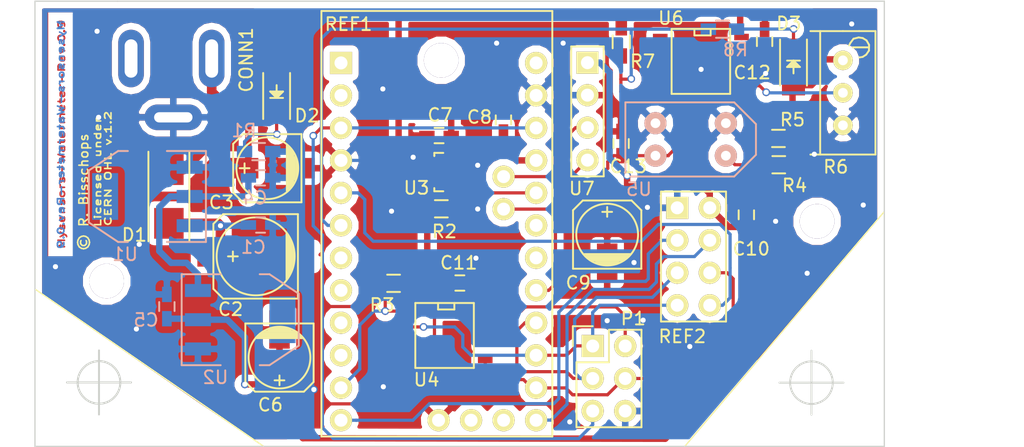
<source format=kicad_pcb>
(kicad_pcb (version 4) (host pcbnew 4.0.0-rc1-stable)
  (title_block (title "Water meter") (date 2016-02-27) (rev 0.9) (company "MySensors Boards") (comment 1 "R. Bisschops"))
  (layers (0 F.Cu signal) (31 B.Cu signal) (34 B.Paste user) (35 F.Paste user) (36 B.SilkS user) (37 F.SilkS user) (38 B.Mask user) (39 F.Mask user) (44 Edge.Cuts user))
  (net 0 "")
  (net 1 GND)
  (net 2 "Net-(CONN1-Pad2)")
  (net 3 RESET)
  (net 4 MISO)
  (net 5 SCK)
  (net 6 MOSI)
  (net 7 SEC-SDA)
  (net 8 D3)
  (net 9 FLASH-CSN)
  (net 10 RAD_CSN)
  (net 11 RAD_IRQ)
  (net 12 RAD_CE)
  (net 13 "Net-(C1-Pad1)")
  (net 14 A0)
  (net 15 "Net-(D2-Pad1)")
  (net 16 "Net-(D3-Pad1)")
  (net 17 "Net-(R4-Pad2)")
  (net 18 "Net-(R6-Pad2)")
  (net 19 +3.3V)
  (net 20 VCC)
  (net 21 TMP_SCL)
  (net 22 TMP_SDA)
  (module Capacitors_SMD:C_0603_HandSoldering (layer B.Cu) (at 41.07436 58.39216)
    (fp_text reference C1 (at -0.56 1.73) (layer B.SilkS) (effects (justify mirror)))
    (fp_text value 100nF)
    (pad 1 smd rect (at -0.95 0) (size 1.2 0.75) (layers B.Cu B.Paste B.Mask) (net 13 "Net-(C1-Pad1)"))
    (pad 2 smd rect (at 0.95 0) (size 1.2 0.75) (layers B.Cu B.Paste B.Mask) (net 1 GND))
  )
  (module Capacitors_SMD:C_0603_HandSoldering (layer B.Cu) (at 41.07436 54.70216)
    (fp_text reference C4 (at -0.45 1.57) (layer B.SilkS) (effects (justify mirror)))
    (fp_text value 100nF)
    (pad 1 smd rect (at -0.95 0) (size 1.2 0.75) (layers B.Cu B.Paste B.Mask) (net 20 VCC))
    (pad 2 smd rect (at 0.95 0) (size 1.2 0.75) (layers B.Cu B.Paste B.Mask) (net 1 GND))
  )
  (module Capacitors_SMD:C_0603_HandSoldering (layer B.Cu) (at 33.7566 64.77 90)
    (fp_text reference C5 (at -1.05216 -1.62224 360) (layer B.SilkS) (effects (justify mirror)))
    (fp_text value 100nF)
    (pad 1 smd rect (at -0.95 0 90) (size 1.2 0.75) (layers B.Cu B.Paste B.Mask) (net 19 +3.3V))
    (pad 2 smd rect (at 0.95 0 90) (size 1.2 0.75) (layers B.Cu B.Paste B.Mask) (net 1 GND))
  )
  (module Capacitors_SMD:C_0603_HandSoldering (layer F.Cu) (at 55.0164 51.3969 180)
    (fp_text reference C7 (at -0.07796 1.60474 180) (layer F.SilkS))
    (fp_text value 100nF)
    (pad 1 smd rect (at -0.95 0 180) (size 1.2 0.75) (layers F.Cu F.Paste F.Mask) (net 20 VCC))
    (pad 2 smd rect (at 0.95 0 180) (size 1.2 0.75) (layers F.Cu F.Paste F.Mask) (net 1 GND))
  )
  (module Capacitors_SMD:C_0603_HandSoldering (layer F.Cu) (at 60.0456 50.17008 90)
    (fp_text reference C8 (at 0.21792 -1.87124 180) (layer F.SilkS))
    (fp_text value 100nF)
    (pad 1 smd rect (at -0.95 0 90) (size 1.2 0.75) (layers F.Cu F.Paste F.Mask) (net 20 VCC))
    (pad 2 smd rect (at 0.95 0 90) (size 1.2 0.75) (layers F.Cu F.Paste F.Mask) (net 1 GND))
  )
  (module Capacitors_SMD:C_0603_HandSoldering (layer F.Cu) (at 79.0194 57.5945 90)
    (fp_text reference C10 (at -2.667 0.381 180) (layer F.SilkS))
    (fp_text value 100nF)
    (pad 1 smd rect (at -0.95 0 90) (size 1.2 0.75) (layers F.Cu F.Paste F.Mask) (net 19 +3.3V))
    (pad 2 smd rect (at 0.95 0 90) (size 1.2 0.75) (layers F.Cu F.Paste F.Mask) (net 1 GND))
  )
  (module Capacitors_SMD:C_0603_HandSoldering (layer F.Cu) (at 56.642 62.9285 180)
    (fp_text reference C11 (at 0.08764 1.57634 360) (layer F.SilkS))
    (fp_text value 100nF)
    (pad 1 smd rect (at -0.95 0 180) (size 1.2 0.75) (layers F.Cu F.Paste F.Mask) (net 20 VCC))
    (pad 2 smd rect (at 0.95 0 180) (size 1.2 0.75) (layers F.Cu F.Paste F.Mask) (net 1 GND))
  )
  (module Capacitors_SMD:C_0603_HandSoldering (layer F.Cu) (at 80.44436 44.05216 270)
    (fp_text reference C12 (at 2.42316 0.97536 360) (layer F.SilkS))
    (fp_text value 100nF)
    (pad 1 smd rect (at -0.95 0 270) (size 1.2 0.75) (layers F.Cu F.Paste F.Mask) (net 20 VCC))
    (pad 2 smd rect (at 0.95 0 270) (size 1.2 0.75) (layers F.Cu F.Paste F.Mask) (net 1 GND))
  )
  (module Capacitors_SMD:C_0603_HandSoldering (layer F.Cu) (at 69.23436 52.02216 90)
    (fp_text reference C13 (at -1.79 0.56 180) (layer F.SilkS))
    (fp_text value 100nF)
    (pad 1 smd rect (at -0.95 0 90) (size 1.2 0.75) (layers F.Cu F.Paste F.Mask) (net 14 A0))
    (pad 2 smd rect (at 0.95 0 90) (size 1.2 0.75) (layers F.Cu F.Paste F.Mask) (net 1 GND))
  )
  (module Pin_Headers:Pin_Header_Straight_2x03 (layer F.Cu) (at 67.0179 67.8561)
    (fp_text reference P1 (at 3.16646 -2.14394) (layer F.SilkS))
    (fp_text value CONN_02X03)
    (pad 1 thru_hole rect (at 0 0) (size 1.7272 1.7272) (drill 1.016) (layers *.Cu *.Mask F.SilkS) (net 4 MISO))
    (pad 2 thru_hole oval (at 2.54 0) (size 1.7272 1.7272) (drill 1.016) (layers *.Cu *.Mask F.SilkS) (net 20 VCC))
    (pad 3 thru_hole oval (at 0 2.54) (size 1.7272 1.7272) (drill 1.016) (layers *.Cu *.Mask F.SilkS) (net 5 SCK))
    (pad 4 thru_hole oval (at 2.54 2.54) (size 1.7272 1.7272) (drill 1.016) (layers *.Cu *.Mask F.SilkS) (net 6 MOSI))
    (pad 5 thru_hole oval (at 0 5.08) (size 1.7272 1.7272) (drill 1.016) (layers *.Cu *.Mask F.SilkS) (net 3 RESET))
    (pad 6 thru_hole oval (at 2.54 5.08) (size 1.7272 1.7272) (drill 1.016) (layers *.Cu *.Mask F.SilkS) (net 1 GND))
  )
  (module Resistors_SMD:R_0603_HandSoldering (layer B.Cu) (at 40.92436 52.65216)
    (fp_text reference R1 (at -1.143 -1.6383) (layer B.SilkS) (effects (justify mirror)))
    (fp_text value 470)
    (pad 1 smd rect (at -1.1 0) (size 1.2 0.9) (layers B.Cu B.Paste B.Mask) (net 15 "Net-(D2-Pad1)"))
    (pad 2 smd rect (at 1.1 0) (size 1.2 0.9) (layers B.Cu B.Paste B.Mask) (net 1 GND))
  )
  (module Resistors_SMD:R_0603_HandSoldering (layer F.Cu) (at 55.1942 57.1246)
    (fp_text reference R2 (at 0.24016 1.77756) (layer F.SilkS))
    (fp_text value 56K)
    (pad 1 smd rect (at -1.1 0) (size 1.2 0.9) (layers F.Cu F.Paste F.Mask) (net 20 VCC))
    (pad 2 smd rect (at 1.1 0) (size 1.2 0.9) (layers F.Cu F.Paste F.Mask) (net 7 SEC-SDA))
  )
  (module Resistors_SMD:R_0603_HandSoldering (layer F.Cu) (at 51.46436 62.95216 180)
    (fp_text reference R3 (at 0.89 -1.7 360) (layer F.SilkS))
    (fp_text value 56K)
    (pad 1 smd rect (at -1.1 0 180) (size 1.2 0.9) (layers F.Cu F.Paste F.Mask) (net 20 VCC))
    (pad 2 smd rect (at 1.1 0 180) (size 1.2 0.9) (layers F.Cu F.Paste F.Mask) (net 9 FLASH-CSN))
  )
  (module Resistors_SMD:R_0603_HandSoldering (layer F.Cu) (at 81.552 53.6802 180)
    (fp_text reference R4 (at -1.2319 -1.6256 360) (layer F.SilkS))
    (fp_text value 1K)
    (pad 1 smd rect (at -1.1 0 180) (size 1.2 0.9) (layers F.Cu F.Paste F.Mask) (net 20 VCC))
    (pad 2 smd rect (at 1.1 0 180) (size 1.2 0.9) (layers F.Cu F.Paste F.Mask) (net 17 "Net-(R4-Pad2)"))
  )
  (module Resistors_SMD:R_0603_HandSoldering (layer F.Cu) (at 81.5266 51.6228 180)
    (fp_text reference R5 (at -1.0922 1.4605 360) (layer F.SilkS))
    (fp_text value 10K)
    (pad 1 smd rect (at -1.1 0 180) (size 1.2 0.9) (layers F.Cu F.Paste F.Mask) (net 20 VCC))
    (pad 2 smd rect (at 1.1 0 180) (size 1.2 0.9) (layers F.Cu F.Paste F.Mask) (net 14 A0))
  )
  (module Resistors_SMD:R_0603_HandSoldering (layer F.Cu) (at 69.25056 44.07408 270)
    (fp_text reference R7 (at 1.524 -1.66116 540) (layer F.SilkS))
    (fp_text value 10K)
    (pad 1 smd rect (at -1.1 0 270) (size 1.2 0.9) (layers F.Cu F.Paste F.Mask) (net 20 VCC))
    (pad 2 smd rect (at 1.1 0 270) (size 1.2 0.9) (layers F.Cu F.Paste F.Mask) (net 8 D3))
  )
  (module Resistors_SMD:R_0603_HandSoldering (layer B.Cu) (at 77.1525 43.0784 180)
    (fp_text reference R8 (at -1.01854 -1.60528 180) (layer B.SilkS) (effects (justify mirror)))
    (fp_text value 1K)
    (pad 1 smd rect (at -1.1 0 180) (size 1.2 0.9) (layers B.Cu B.Paste B.Mask) (net 16 "Net-(D3-Pad1)"))
    (pad 2 smd rect (at 1.1 0 180) (size 1.2 0.9) (layers B.Cu B.Paste B.Mask) (net 8 D3))
  )
  (module MySensors:NRF24L01_STD (layer F.Cu) (at 76.1619 57.0484 270)
    (fp_text reference REF2 (at 10.0584 2.1463 360) (layer F.SilkS))
    (fp_text value NRF24L01)
    (pad 2 thru_hole circle (at 0 0 270) (size 1.7272 1.7272) (drill 1.016) (layers *.Cu *.Mask F.SilkS) (net 19 +3.3V))
    (pad 1 thru_hole rect (at 0 2.54 270) (size 1.7272 1.7272) (drill 1.016) (layers *.Cu *.Mask F.SilkS) (net 1 GND))
    (pad 4 thru_hole oval (at 2.54 0 270) (size 1.7272 1.7272) (drill 1.016) (layers *.Cu *.Mask F.SilkS) (net 10 RAD_CSN))
    (pad 3 thru_hole oval (at 2.54 2.54 270) (size 1.7272 1.7272) (drill 1.016) (layers *.Cu *.Mask F.SilkS) (net 12 RAD_CE))
    (pad 6 thru_hole oval (at 5.08 0 270) (size 1.7272 1.7272) (drill 1.016) (layers *.Cu *.Mask F.SilkS) (net 6 MOSI))
    (pad 5 thru_hole oval (at 5.08 2.54 270) (size 1.7272 1.7272) (drill 1.016) (layers *.Cu *.Mask F.SilkS) (net 5 SCK))
    (pad 8 thru_hole oval (at 7.62 0 270) (size 1.7272 1.7272) (drill 1.016) (layers *.Cu *.Mask F.SilkS) (net 11 RAD_IRQ))
    (pad 7 thru_hole oval (at 7.62 2.54 270) (size 1.7272 1.7272) (drill 1.016) (layers *.Cu *.Mask F.SilkS) (net 4 MISO))
  )
  (module TO_SOT_Packages_SMD:SOT-223 (layer B.Cu) (at 32.23436 56.16216 270)
    (fp_text reference U1 (at 4.5212 1.7399 540) (layer B.SilkS) (effects (justify mirror)))
    (fp_text value AP1117D50)
    (pad 4 smd rect (at 0 3.302 270) (size 3.6576 2.032) (layers B.Cu B.Paste B.Mask))
    (pad 2 smd rect (at 0 -3.302 270) (size 1.016 2.032) (layers B.Cu B.Paste B.Mask) (net 20 VCC))
    (pad 3 smd rect (at 2.286 -3.302 270) (size 1.016 2.032) (layers B.Cu B.Paste B.Mask) (net 13 "Net-(C1-Pad1)"))
    (pad 1 smd rect (at -2.286 -3.302 270) (size 1.016 2.032) (layers B.Cu B.Paste B.Mask) (net 1 GND))
  )
  (module TO_SOT_Packages_SMD:SOT-223 (layer B.Cu) (at 39.4843 65.7987 90)
    (fp_text reference U2 (at -4.5085 -1.9304 180) (layer B.SilkS) (effects (justify mirror)))
    (fp_text value AP1117D33)
    (pad 4 smd rect (at 0 3.302 90) (size 3.6576 2.032) (layers B.Cu B.Paste B.Mask))
    (pad 2 smd rect (at 0 -3.302 90) (size 1.016 2.032) (layers B.Cu B.Paste B.Mask) (net 19 +3.3V))
    (pad 3 smd rect (at 2.286 -3.302 90) (size 1.016 2.032) (layers B.Cu B.Paste B.Mask) (net 20 VCC))
    (pad 1 smd rect (at -2.286 -3.302 90) (size 1.016 2.032) (layers B.Cu B.Paste B.Mask) (net 1 GND))
  )
  (module TO_SOT_Packages_SMD:SOT-23 (layer F.Cu) (at 55.2958 54.2544 90)
    (fp_text reference U3 (at -1.23776 -2.04144 180) (layer F.SilkS))
    (fp_text value ATSHA240A)
    (pad 1 smd rect (at -0.95 1.00076 90) (size 0.8001 0.8001) (layers F.Cu F.Paste F.Mask) (net 7 SEC-SDA))
    (pad 2 smd rect (at 0.95 1.00076 90) (size 0.8001 0.8001) (layers F.Cu F.Paste F.Mask) (net 20 VCC))
    (pad 3 smd rect (at 0 -0.99822 90) (size 0.8001 0.8001) (layers F.Cu F.Paste F.Mask) (net 1 GND))
  )
  (module SMD_Packages:SOIC-8-N (layer F.Cu) (at 55.4482 67.0306 270)
    (fp_text reference U4 (at 3.4671 1.4097 360) (layer F.SilkS))
    (fp_text value AT25DF512C)
    (pad 8 smd rect (at -1.905 -3.175 270) (size 0.508 1.143) (layers F.Cu F.Paste F.Mask) (net 20 VCC))
    (pad 7 smd rect (at -0.635 -3.175 270) (size 0.508 1.143) (layers F.Cu F.Paste F.Mask) (net 20 VCC))
    (pad 6 smd rect (at 0.635 -3.175 270) (size 0.508 1.143) (layers F.Cu F.Paste F.Mask) (net 5 SCK))
    (pad 5 smd rect (at 1.905 -3.175 270) (size 0.508 1.143) (layers F.Cu F.Paste F.Mask) (net 6 MOSI))
    (pad 4 smd rect (at 1.905 3.175 270) (size 0.508 1.143) (layers F.Cu F.Paste F.Mask) (net 1 GND))
    (pad 3 smd rect (at 0.635 3.175 270) (size 0.508 1.143) (layers F.Cu F.Paste F.Mask) (net 20 VCC))
    (pad 2 smd rect (at -0.635 3.175 270) (size 0.508 1.143) (layers F.Cu F.Paste F.Mask) (net 4 MISO))
    (pad 1 smd rect (at -1.905 3.175 270) (size 0.508 1.143) (layers F.Cu F.Paste F.Mask) (net 9 FLASH-CSN))
  )
  (module SMD_Packages:SOIC-8-N (layer F.Cu) (at 75.46848 45.59808 270)
    (fp_text reference U6 (at -3.3782 2.3368 360) (layer F.SilkS))
    (fp_text value LM393)
    (pad 8 smd rect (at -1.905 -3.175 270) (size 0.508 1.143) (layers F.Cu F.Paste F.Mask) (net 20 VCC))
    (pad 7 smd rect (at -0.635 -3.175 270) (size 0.508 1.143) (layers F.Cu F.Paste F.Mask) (net 8 D3))
    (pad 6 smd rect (at 0.635 -3.175 270) (size 0.508 1.143) (layers F.Cu F.Paste F.Mask) (net 14 A0))
    (pad 5 smd rect (at 1.905 -3.175 270) (size 0.508 1.143) (layers F.Cu F.Paste F.Mask) (net 18 "Net-(R6-Pad2)"))
    (pad 4 smd rect (at 1.905 3.175 270) (size 0.508 1.143) (layers F.Cu F.Paste F.Mask) (net 1 GND))
    (pad 3 smd rect (at 0.635 3.175 270) (size 0.508 1.143) (layers F.Cu F.Paste F.Mask) (net 1 GND))
    (pad 2 smd rect (at -0.635 3.175 270) (size 0.508 1.143) (layers F.Cu F.Paste F.Mask) (net 1 GND))
    (pad 1 smd rect (at -1.905 3.175 270) (size 0.508 1.143) (layers F.Cu F.Paste F.Mask))
  )
  (module Capacitors_SMD:c_elec_5x5.3 (layer F.Cu) (at 42.55262 68.76034 270)
    (fp_text reference C6 (at 3.6957 0.7112 360) (layer F.SilkS))
    (fp_text value 10uF)
    (pad 1 smd rect (at 2.19964 0 270) (size 2.99974 1.6002) (layers F.Cu F.Paste F.Mask) (net 19 +3.3V))
    (pad 2 smd rect (at -2.19964 0 270) (size 2.99974 1.6002) (layers F.Cu F.Paste F.Mask) (net 1 GND))
  )
  (module Capacitors_SMD:c_elec_5x5.3 (layer F.Cu) (at 41.60266 53.95214 180)
    (fp_text reference C3 (at 3.5883 -2.68002 180) (layer F.SilkS))
    (fp_text value 10uF)
    (pad 1 smd rect (at 2.19964 0 180) (size 2.99974 1.6002) (layers F.Cu F.Paste F.Mask) (net 20 VCC))
    (pad 2 smd rect (at -2.19964 0 180) (size 2.99974 1.6002) (layers F.Cu F.Paste F.Mask) (net 1 GND))
  )
  (module Capacitors_SMD:c_elec_5x5.3 (layer F.Cu) (at 68.1482 59.1439 90)
    (fp_text reference C9 (at -3.7719 -2.2606 180) (layer F.SilkS))
    (fp_text value 4u7)
    (pad 1 smd rect (at 2.19964 0 90) (size 2.99974 1.6002) (layers F.Cu F.Paste F.Mask) (net 19 +3.3V))
    (pad 2 smd rect (at -2.19964 0 90) (size 2.99974 1.6002) (layers F.Cu F.Paste F.Mask) (net 1 GND))
  )
  (module Capacitors_SMD:c_elec_6.3x5.3 (layer F.Cu) (at 40.6908 60.8457 180)
    (fp_text reference C2 (at 1.95644 -4.13646 180) (layer F.SilkS))
    (fp_text value 47uF)
    (pad 1 smd rect (at 2.75082 0 180) (size 3.59918 1.6002) (layers F.Cu F.Paste F.Mask) (net 13 "Net-(C1-Pad1)"))
    (pad 2 smd rect (at -2.75082 0 180) (size 3.59918 1.6002) (layers F.Cu F.Paste F.Mask) (net 1 GND))
  )
  (module LEDs:LED_1206 (layer F.Cu) (at 42.3291 47.9552 90)
    (fp_text reference D2 (at -1.8923 2.3749 180) (layer F.SilkS))
    (fp_text value PWR)
    (pad 2 smd rect (at 1.41986 0 270) (size 1.59766 1.80086) (layers F.Cu F.Paste F.Mask) (net 20 VCC))
    (pad 1 smd rect (at -1.41986 0 270) (size 1.59766 1.80086) (layers F.Cu F.Paste F.Mask) (net 15 "Net-(D2-Pad1)"))
  )
  (module LEDs:LED_1206 (layer F.Cu) (at 82.7024 46.0375 270)
    (fp_text reference D3 (at -3.4036 0.3683 360) (layer F.SilkS))
    (fp_text value PULSE)
    (pad 2 smd rect (at 1.41986 0 90) (size 1.59766 1.80086) (layers F.Cu F.Paste F.Mask) (net 20 VCC))
    (pad 1 smd rect (at -1.41986 0 90) (size 1.59766 1.80086) (layers F.Cu F.Paste F.Mask) (net 16 "Net-(D3-Pad1)"))
  )
  (module MySensors:Socket_Jack_5.5-2.1MM (layer F.Cu) (at 37.0586 49.8729 90)
    (fp_text reference CONN1 (at 4.39074 2.89576 90) (layer F.SilkS))
    (fp_text value CONN_01X02)
    (pad 2 thru_hole oval (at 4.5 0.2 90) (size 4.5 2) (drill oval 3 1) (layers *.Cu *.Mask) (net 2 "Net-(CONN1-Pad2)"))
    (pad 3 thru_hole oval (at 4.5 -6.1 90) (size 4.5 2) (drill oval 3 1) (layers *.Cu *.Mask))
    (pad 1 thru_hole oval (at -0.1 -2.8 90) (size 2 4.5) (drill oval 0.8 3) (layers *.Cu *.Mask) (net 1 GND))
  )
  (module MySensors:SI7021 (layer F.Cu) (at 66.60896 45.69968 270)
    (fp_text reference U7 (at 9.84248 0.4446 360) (layer F.SilkS))
    (fp_text value SI7021)
    (pad 1 thru_hole rect (at 0 0 270) (size 1.7272 1.7272) (drill 1.016) (layers *.Cu *.Mask F.SilkS) (net 19 +3.3V))
    (pad 2 thru_hole oval (at 2.54 0 270) (size 1.7272 1.7272) (drill 1.016) (layers *.Cu *.Mask F.SilkS) (net 1 GND))
    (pad 3 thru_hole oval (at 5.08 0 270) (size 1.7272 1.7272) (drill 1.016) (layers *.Cu *.Mask F.SilkS) (net 21 TMP_SCL))
    (pad 4 thru_hole oval (at 7.62 0 270) (size 1.7272 1.7272) (drill 1.016) (layers *.Cu *.Mask F.SilkS) (net 22 TMP_SDA))
  )
  (module MySensors:DO-214AC (layer F.Cu) (at 33.91436 56.16216 90)
    (fp_text reference D1 (at -3.01 -2.7 180) (layer F.SilkS))
    (fp_text value "1N4007 M7")
    (pad 2 smd rect (at 2.1 0 90) (size 2.4 2.3) (layers F.Cu F.Paste F.Mask) (net 2 "Net-(CONN1-Pad2)"))
    (pad 1 smd rect (at -2.1 0 90) (size 2.4 2.3) (layers F.Cu F.Paste F.Mask) (net 13 "Net-(C1-Pad1)"))
  )
  (module MySensors:Potentiometer_Custom_Inline_ScrewUp (layer F.Cu) (at 86.5632 45.5168 180)
    (fp_text reference R6 (at 0.5588 -8.3312 180) (layer F.SilkS))
    (fp_text value 10K)
    (pad 2 thru_hole circle (at 0 -2.54 180) (size 1.524 1.524) (drill 0.762) (layers *.Cu *.Mask F.SilkS) (net 18 "Net-(R6-Pad2)"))
    (pad 3 thru_hole circle (at 0 -5.08 180) (size 1.524 1.524) (drill 0.762) (layers *.Cu *.Mask F.SilkS) (net 1 GND))
    (pad 1 thru_hole circle (at 0 0 180) (size 1.524 1.524) (drill 0.762) (layers *.Cu *.Mask F.SilkS) (net 20 VCC))
  )
  (module MySensors:Arduino_Pro_Mini_non_FTDI (layer F.Cu) (at 47.3583 73.66)
    (fp_text reference REF1 (at 0.58606 -30.96784) (layer F.SilkS))
    (fp_text value "Arduino_Mini_Pro 5V")
    (pad 13 thru_hole circle (at 15.24 0) (size 1.7272 1.7272) (drill 1.016) (layers *.Cu *.Mask F.SilkS) (net 10 RAD_CSN))
    (pad 14 thru_hole circle (at 15.24 -2.54) (size 1.7272 1.7272) (drill 1.016) (layers *.Cu *.Mask F.SilkS) (net 6 MOSI))
    (pad 15 thru_hole circle (at 15.24 -5.08) (size 1.7272 1.7272) (drill 1.016) (layers *.Cu *.Mask F.SilkS) (net 4 MISO))
    (pad 16 thru_hole circle (at 15.24 -7.62) (size 1.7272 1.7272) (drill 1.016) (layers *.Cu *.Mask F.SilkS) (net 5 SCK))
    (pad 17 thru_hole circle (at 15.24 -10.16) (size 1.7272 1.7272) (drill 1.016) (layers *.Cu *.Mask F.SilkS) (net 14 A0))
    (pad 18 thru_hole circle (at 15.24 -12.7) (size 1.7272 1.7272) (drill 1.016) (layers *.Cu *.Mask F.SilkS))
    (pad 19 thru_hole circle (at 15.24 -15.24) (size 1.7272 1.7272) (drill 1.016) (layers *.Cu *.Mask F.SilkS))
    (pad 20 thru_hole circle (at 15.24 -17.78) (size 1.7272 1.7272) (drill 1.016) (layers *.Cu *.Mask F.SilkS) (net 7 SEC-SDA))
    (pad 21 thru_hole circle (at 15.24 -20.32) (size 1.7272 1.7272) (drill 1.016) (layers *.Cu *.Mask F.SilkS) (net 20 VCC))
    (pad 22 thru_hole circle (at 15.24 -22.86) (size 1.7272 1.7272) (drill 1.016) (layers *.Cu *.Mask F.SilkS) (net 3 RESET))
    (pad 23 thru_hole circle (at 15.24 -25.4) (size 1.7272 1.7272) (drill 1.016) (layers *.Cu *.Mask F.SilkS) (net 1 GND))
    (pad 24 thru_hole circle (at 15.24 -27.94) (size 1.7272 1.7272) (drill 1.016) (layers *.Cu *.Mask F.SilkS))
    (pad 34 thru_hole circle (at 12.7 0) (size 1.7272 1.7272) (drill 1.016) (layers *.Cu *.Mask F.SilkS))
    (pad 33 thru_hole circle (at 10.16 0) (size 1.7272 1.7272) (drill 1.016) (layers *.Cu *.Mask F.SilkS))
    (pad 35 thru_hole circle (at 7.62 0) (size 1.7272 1.7272) (drill 1.016) (layers *.Cu *.Mask F.SilkS) (net 1 GND))
    (pad 1 thru_hole rect (at 0 -27.94) (size 1.7272 1.7272) (drill 1.016) (layers *.Cu *.Mask F.SilkS))
    (pad 2 thru_hole circle (at 0 -25.4) (size 1.7272 1.7272) (drill 1.016) (layers *.Cu *.Mask F.SilkS))
    (pad 3 thru_hole circle (at 0 -22.86) (size 1.7272 1.7272) (drill 1.016) (layers *.Cu *.Mask F.SilkS) (net 3 RESET))
    (pad 4 thru_hole circle (at 0 -20.32) (size 1.7272 1.7272) (drill 1.016) (layers *.Cu *.Mask F.SilkS) (net 1 GND))
    (pad 5 thru_hole circle (at 0 -17.78) (size 1.7272 1.7272) (drill 1.016) (layers *.Cu *.Mask F.SilkS) (net 11 RAD_IRQ))
    (pad 6 thru_hole circle (at 0 -15.24) (size 1.7272 1.7272) (drill 1.016) (layers *.Cu *.Mask F.SilkS) (net 8 D3))
    (pad 7 thru_hole circle (at 0 -12.7) (size 1.7272 1.7272) (drill 1.016) (layers *.Cu *.Mask F.SilkS))
    (pad 8 thru_hole circle (at 0 -10.16) (size 1.7272 1.7272) (drill 1.016) (layers *.Cu *.Mask F.SilkS))
    (pad 9 thru_hole circle (at 0 -7.62) (size 1.7272 1.7272) (drill 1.016) (layers *.Cu *.Mask F.SilkS))
    (pad 10 thru_hole circle (at 0 -5.08) (size 1.7272 1.7272) (drill 1.016) (layers *.Cu *.Mask F.SilkS))
    (pad 11 thru_hole circle (at 0 -2.54) (size 1.7272 1.7272) (drill 1.016) (layers *.Cu *.Mask F.SilkS) (net 9 FLASH-CSN))
    (pad 12 thru_hole circle (at 0 0) (size 1.7272 1.7272) (drill 1.016) (layers *.Cu *.Mask F.SilkS) (net 12 RAD_CE))
    (pad 32 thru_hole circle (at 12.7 -19.05) (size 1.7272 1.7272) (drill 1.016) (layers *.Cu *.Mask F.SilkS) (net 21 TMP_SCL))
    (pad 31 thru_hole circle (at 12.7 -16.51) (size 1.7272 1.7272) (drill 1.016) (layers *.Cu *.Mask F.SilkS) (net 22 TMP_SDA))
  )
  (module MySensors:TCRT5000 (layer B.Cu) (at 71.9201 50.4317)
    (fp_text reference U5 (at -1.28778 5.1689) (layer B.SilkS) (effects (justify mirror)))
    (fp_text value TCRT5000)
    (pad 1 thru_hole circle (at 5.5 2.54) (size 1.7272 1.7272) (drill 0.762) (layers *.Cu *.Mask B.SilkS) (net 17 "Net-(R4-Pad2)"))
    (pad 2 thru_hole circle (at 5.5 0) (size 1.7272 1.7272) (drill 0.762) (layers *.Cu *.Mask B.SilkS) (net 1 GND))
    (pad 3 thru_hole circle (at 0 2.54) (size 1.7272 1.7272) (drill 0.762) (layers *.Cu *.Mask B.SilkS) (net 14 A0))
    (pad 4 thru_hole circle (at 0 0) (size 1.7272 1.7272) (drill 0.762) (layers *.Cu *.Mask B.SilkS) (net 1 GND))
  )
  (module Mounting_Holes:MountingHole_2-7mm (layer F.Cu) (at 55.1815 45.5168)
    (fp_text reference REF** hide)
    (fp_text value MountingHole_2-5mm)
    (pad 1 thru_hole circle (at 0 0) (size 2.7 2.7) (drill 2.7) (layers))
  )
  (module Mounting_Holes:MountingHole_2-7mm (layer F.Cu) (at 29.0576 62.7761)
    (fp_text reference REF** hide)
    (fp_text value MountingHole_2-5mm)
    (pad 1 thru_hole circle (at 0 0) (size 2.7 2.7) (drill 2.7) (layers))
  )
  (module Mounting_Holes:MountingHole_2-7mm (layer F.Cu) (at 84.5439 58.1025)
    (fp_text reference REF** hide)
    (fp_text value MountingHole_2-5mm)
    (pad 1 thru_hole circle (at 0 0) (size 2.7 2.7) (drill 2.7) (layers))
  )
  (gr_text "© R. Bisschops" (at 27.26436 55.82216 90) (layer F.SilkS) (effects (font (size 0.7 0.75) (thickness 0.125))))
  (gr_text "Licensed under \nCERN OHL v.1.2" (at 28.76436 53.97216 90) (layer F.SilkS) (effects (font (size 0.5 0.75) (thickness 0.125))))
  (gr_text Mysensors-Watermeter-Rev.0.9 (at 25.48436 51.30216 90) (layer B.Cu) (effects (font (size 0.5 0.75) (thickness 0.125)) (justify mirror)))
  (gr_text Mysensors-Watermeter-Rev.0.9 (at 25.53436 51.30216 90) (layer F.Cu) (effects (font (size 0.5 0.75) (thickness 0.125))))
  (target plus (at 28.45436 70.70216) (size 5) (width 0.15) (layer Edge.Cuts))
  (target plus (at 84.10436 70.72216) (size 5) (width 0.15) (layer Edge.Cuts))
  (target plus (at 28.45436 70.70216) (size 5) (width 0.15) (layer Edge.Cuts))
  (gr_line (start 23.4531 40.8921) (end 23.4531 75.7066) (layer Edge.Cuts) (width 0.1))
  (gr_line (start 89.7969 40.8921) (end 65.6971 40.8921) (angle 90) (layer Edge.Cuts) (width 0.1))
  (gr_line (start 29.9085 40.8921) (end 23.4696 40.8921) (angle 90) (layer Edge.Cuts) (width 0.1))
  (gr_line (start 23.4531 63.4035) (end 41.3 75.692) (layer F.SilkS) (width 0.1))
  (gr_line (start 65.646 40.8921) (end 29.8913 40.8921) (layer Edge.Cuts) (width 0.1))
  (gr_line (start 89.7969 75.7066) (end 89.7969 40.8921) (layer Edge.Cuts) (width 0.1))
  (gr_line (start 74.2087 75.7066) (end 89.7969 57.3425) (layer F.SilkS) (width 0.1))
  (gr_line (start 23.4531 75.7066) (end 89.7969 75.7066) (layer Edge.Cuts) (width 0.1))
  (segment (start 25.05436 61.65216) (end 25.74436 61.65216) (width 0.25) (layer B.Cu) (net 1))
  (segment (start 25.05436 61.61216) (end 25.05436 61.65216) (width 0.25) (layer B.Cu) (net 1))
  (via (at 25.05436 61.65216) (size 0.6) (drill 0.4) (layers F.Cu B.Cu) (net 1))
  (segment (start 31.60014 59.89794) (end 30.90436 59.20216) (width 0.25) (layer B.Cu) (net 1))
  (segment (start 30.90436 59.20216) (end 28.16436 59.20216) (width 0.25) (layer B.Cu) (net 1))
  (segment (start 37.88664 63.06058) (end 34.42208 66.52514) (width 0.25) (layer F.Cu) (net 1))
  (segment (start 40.31742 63.06058) (end 37.88664 63.06058) (width 0.25) (layer F.Cu) (net 1))
  (via (at 31.60014 59.90336) (size 0.6) (drill 0.4) (layers F.Cu B.Cu) (net 1))
  (segment (start 32.2707 60.57392) (end 31.60014 59.90336) (width 0.25) (layer B.Cu) (net 1))
  (segment (start 32.2707 65.63106) (end 32.2707 60.57392) (width 0.25) (layer B.Cu) (net 1))
  (segment (start 31.37662 66.52514) (end 32.2707 65.63106) (width 0.25) (layer B.Cu) (net 1))
  (via (at 31.37662 66.52514) (size 0.6) (drill 0.4) (layers F.Cu B.Cu) (net 1))
  (segment (start 34.42208 66.52514) (end 31.37662 66.52514) (width 0.25) (layer F.Cu) (net 1))
  (segment (start 43.44162 60.8457) (end 43.44162 62.92596) (width 0.25) (layer F.Cu) (net 1))
  (segment (start 43.307 63.06058) (end 40.31742 63.06058) (width 0.25) (layer F.Cu) (net 1))
  (segment (start 43.44162 62.92596) (end 43.307 63.06058) (width 0.25) (layer F.Cu) (net 1))
  (segment (start 31.60014 59.90336) (end 31.60014 59.89794) (width 0.25) (layer B.Cu) (net 1))
  (segment (start 28.16436 59.23216) (end 28.16436 59.20216) (width 0.25) (layer B.Cu) (net 1))
  (segment (start 28.19436 59.20216) (end 28.16436 59.23216) (width 0.25) (layer B.Cu) (net 1))
  (segment (start 25.74436 61.65216) (end 28.19436 59.20216) (width 0.25) (layer B.Cu) (net 1))
  (via (at 28.42436 49.9729) (size 0.6) (drill 0.4) (layers F.Cu B.Cu) (net 1))
  (via (at 28.30436 43.24216) (size 0.6) (drill 0.4) (layers F.Cu B.Cu) (net 1))
  (segment (start 28.30436 43.24216) (end 28.30436 49.8529) (width 0.25) (layer F.Cu) (net 1))
  (segment (start 28.30436 49.8529) (end 28.42436 49.9729) (width 0.25) (layer F.Cu) (net 1))
  (segment (start 51.30436 57.31216) (end 49.64436 57.31216) (width 0.25) (layer F.Cu) (net 1))
  (segment (start 50.21072 56.21852) (end 51.30436 57.31216) (width 0.25) (layer B.Cu) (net 1))
  (via (at 51.30436 57.31216) (size 0.6) (drill 0.4) (layers F.Cu B.Cu) (net 1))
  (segment (start 50.21072 53.34) (end 50.21072 56.21852) (width 0.25) (layer B.Cu) (net 1))
  (segment (start 48.991296 57.965224) (end 48.991296 57.965088) (width 0.25) (layer F.Cu) (net 1))
  (segment (start 49.64436 57.31216) (end 48.991296 57.965224) (width 0.25) (layer F.Cu) (net 1))
  (segment (start 52.99436 53.09216) (end 50.45856 53.09216) (width 0.25) (layer B.Cu) (net 1))
  (via (at 52.99436 53.09216) (size 0.6) (drill 0.4) (layers F.Cu B.Cu) (net 1))
  (segment (start 50.45856 53.09216) (end 50.21072 53.34) (width 0.25) (layer B.Cu) (net 1))
  (segment (start 55.692 62.9285) (end 55.692 61.29452) (width 0.25) (layer F.Cu) (net 1))
  (segment (start 55.692 61.29452) (end 56.00112 60.9854) (width 0.25) (layer F.Cu) (net 1))
  (segment (start 49.35436 72.3773) (end 49.35436 72.35216) (width 0.25) (layer F.Cu) (net 1))
  (via (at 50.66436 71.04216) (size 0.6) (drill 0.4) (layers F.Cu B.Cu) (net 1))
  (segment (start 49.35436 72.35216) (end 50.66436 71.04216) (width 0.25) (layer F.Cu) (net 1))
  (segment (start 57.8993 60.9854) (end 57.8993 57.31722) (width 0.25) (layer F.Cu) (net 1))
  (segment (start 56.00112 60.9854) (end 57.8993 60.9854) (width 0.25) (layer F.Cu) (net 1))
  (via (at 57.8993 60.9854) (size 0.6) (drill 0.4) (layers F.Cu B.Cu) (net 1))
  (via (at 58.03436 53.72216) (size 0.6) (drill 0.4) (layers F.Cu B.Cu) (net 1))
  (segment (start 58.03436 57.14216) (end 58.03436 53.72216) (width 0.25) (layer B.Cu) (net 1))
  (via (at 58.03436 57.14216) (size 0.6) (drill 0.4) (layers F.Cu B.Cu) (net 1))
  (segment (start 58.03436 57.18216) (end 58.03436 57.14216) (width 0.25) (layer F.Cu) (net 1))
  (segment (start 57.8993 57.31722) (end 58.03436 57.18216) (width 0.25) (layer F.Cu) (net 1))
  (segment (start 68.1482 61.34354) (end 70.22846 61.34354) (width 0.25) (layer F.Cu) (net 1))
  (segment (start 70.22846 61.34354) (end 70.2437 61.3283) (width 0.25) (layer F.Cu) (net 1))
  (segment (start 80.44436 45.00216) (end 80.44436 46.4617) (width 0.25) (layer F.Cu) (net 1))
  (via (at 80.52562 46.54296) (size 0.6) (drill 0.4) (layers F.Cu B.Cu) (net 1))
  (segment (start 80.44436 46.4617) (end 80.52562 46.54296) (width 0.25) (layer F.Cu) (net 1))
  (segment (start 34.2586 49.9729) (end 28.42436 49.9729) (width 0.25) (layer B.Cu) (net 1))
  (segment (start 48.9966 53.34) (end 50.21072 53.34) (width 0.25) (layer B.Cu) (net 1))
  (segment (start 73.6219 57.0484) (end 71.32828 57.0484) (width 0.25) (layer B.Cu) (net 1))
  (via (at 71.29272 57.01284) (size 0.6) (drill 0.4) (layers F.Cu B.Cu) (net 1))
  (segment (start 71.32828 57.0484) (end 71.29272 57.01284) (width 0.25) (layer B.Cu) (net 1))
  (segment (start 44.62272 43.40352) (end 50.51552 43.40352) (width 0.25) (layer F.Cu) (net 1))
  (segment (start 50.51552 43.40352) (end 50.53584 43.3832) (width 0.25) (layer F.Cu) (net 1))
  (segment (start 57.6072 48.60544) (end 51.47564 48.60544) (width 0.25) (layer B.Cu) (net 1))
  (segment (start 64.68872 44.19346) (end 64.70904 44.17314) (width 0.25) (layer B.Cu) (net 1))
  (via (at 64.70904 44.17314) (size 0.6) (drill 0.4) (layers F.Cu B.Cu) (net 1))
  (segment (start 59.5122 44.17314) (end 59.51728 46.69536) (width 0.25) (layer B.Cu) (net 1))
  (segment (start 57.6072 48.60544) (end 59.51728 46.69536) (width 0.25) (layer B.Cu) (net 1))
  (via (at 50.62474 47.75454) (size 0.6) (drill 0.4) (layers F.Cu B.Cu) (net 1))
  (segment (start 50.61712 43.46448) (end 50.62474 47.75454) (width 0.25) (layer F.Cu) (net 1))
  (segment (start 50.53584 43.3832) (end 50.61712 43.46448) (width 0.25) (layer F.Cu) (net 1))
  (via (at 59.5122 44.17314) (size 0.6) (drill 0.4) (layers F.Cu B.Cu) (net 1))
  (segment (start 59.5122 44.17314) (end 64.68872 44.19346) (width 0.25) (layer B.Cu) (net 1))
  (segment (start 51.47564 48.60544) (end 50.62474 47.75454) (width 0.25) (layer B.Cu) (net 1))
  (segment (start 70.2437 61.3283) (end 70.2437 65.38468) (width 0.25) (layer F.Cu) (net 1))
  (segment (start 70.69582 65.8368) (end 70.9549 65.8368) (width 0.25) (layer F.Cu) (net 1))
  (segment (start 70.2437 65.38468) (end 70.69582 65.8368) (width 0.25) (layer F.Cu) (net 1))
  (segment (start 72.7202 46.31436) (end 75.41768 46.28896) (width 0.25) (layer F.Cu) (net 1))
  (via (at 75.48372 46.22292) (size 0.6) (drill 0.4) (layers F.Cu B.Cu) (net 1))
  (segment (start 75.41768 46.28896) (end 75.48372 46.22292) (width 0.25) (layer F.Cu) (net 1))
  (segment (start 45.273875 66.55308) (end 42.56024 66.55308) (width 0.25) (layer F.Cu) (net 1))
  (segment (start 42.56024 66.55308) (end 42.55262 66.5607) (width 0.25) (layer F.Cu) (net 1))
  (segment (start 44.6151 50.7111) (end 44.6151 43.41114) (width 0.25) (layer F.Cu) (net 1))
  (segment (start 43.8023 51.5239) (end 44.6151 50.7111) (width 0.25) (layer F.Cu) (net 1))
  (segment (start 43.8023 53.95214) (end 43.8023 51.5239) (width 0.25) (layer F.Cu) (net 1))
  (segment (start 44.6151 43.41114) (end 44.62272 43.40352) (width 0.25) (layer F.Cu) (net 1))
  (segment (start 45.8089 64.77) (end 48.6283 64.77) (width 0.25) (layer F.Cu) (net 1))
  (segment (start 48.9839 64.4144) (end 48.991296 57.965088) (width 0.25) (layer F.Cu) (net 1))
  (segment (start 48.6283 64.77) (end 48.9839 64.4144) (width 0.25) (layer F.Cu) (net 1))
  (segment (start 45.273875 65.305025) (end 45.8089 64.77) (width 0.25) (layer F.Cu) (net 1))
  (segment (start 45.273875 66.55308) (end 45.273875 65.305025) (width 0.25) (layer F.Cu) (net 1))
  (segment (start 45.273875 68.655814) (end 45.273875 66.55308) (width 0.25) (layer F.Cu) (net 1))
  (segment (start 45.6438 72.3773) (end 45.212 71.9455) (width 0.25) (layer F.Cu) (net 1))
  (segment (start 49.35436 72.3773) (end 45.6438 72.3773) (width 0.25) (layer F.Cu) (net 1))
  (segment (start 45.212 71.2851) (end 45.2374 71.2597) (width 0.25) (layer F.Cu) (net 1))
  (segment (start 45.212 71.9455) (end 45.212 71.2851) (width 0.25) (layer F.Cu) (net 1))
  (segment (start 45.2374 71.2597) (end 45.2374 71.247) (width 0.25) (layer B.Cu) (net 1))
  (segment (start 45.2374 71.2597) (end 45.2755 71.2978) (width 0.25) (layer F.Cu) (net 1))
  (via (at 45.2374 71.2597) (size 0.6) (drill 0.4) (layers F.Cu B.Cu) (net 1))
  (segment (start 47.3583 53.34) (end 48.9966 53.34) (width 0.25) (layer B.Cu) (net 1))
  (segment (start 45.2374 71.2089) (end 45.2501 71.2216) (width 0.25) (layer F.Cu) (net 1))
  (segment (start 45.273875 68.655814) (end 45.2374 71.2089) (width 0.25) (layer F.Cu) (net 1))
  (segment (start 70.9549 65.8368) (end 68.1482 65.8749) (width 0.25) (layer B.Cu) (net 1))
  (via (at 70.9549 65.8368) (size 0.6) (drill 0.4) (layers F.Cu B.Cu) (net 1))
  (via (at 68.1482 65.8749) (size 0.6) (drill 0.4) (layers F.Cu B.Cu) (net 1))
  (segment (start 70.9549 65.8368) (end 70.9549 65.9638) (width 0.25) (layer F.Cu) (net 1))
  (segment (start 70.9549 65.9638) (end 72.8853 67.8942) (width 0.25) (layer F.Cu) (net 1))
  (segment (start 72.8853 67.8942) (end 74.5998 67.8942) (width 0.25) (layer F.Cu) (net 1))
  (via (at 74.5998 67.8942) (size 0.6) (drill 0.4) (layers F.Cu B.Cu) (net 1))
  (segment (start 86.5632 50.5968) (end 86.5632 50.5206) (width 0.25) (layer B.Cu) (net 1))
  (segment (start 86.5632 50.5206) (end 88.4301 48.6537) (width 0.25) (layer B.Cu) (net 1))
  (via (at 87.249 42.672) (size 0.6) (drill 0.4) (layers F.Cu B.Cu) (net 1))
  (segment (start 88.4301 43.8531) (end 87.249 42.672) (width 0.25) (layer B.Cu) (net 1))
  (segment (start 88.4301 48.6537) (end 88.4301 43.8531) (width 0.25) (layer B.Cu) (net 1))
  (segment (start 86.5632 50.5968) (end 86.5632 50.6222) (width 0.25) (layer B.Cu) (net 1))
  (segment (start 86.5632 50.6222) (end 84.328 52.8574) (width 0.25) (layer B.Cu) (net 1))
  (via (at 84.328 52.8574) (size 0.6) (drill 0.4) (layers F.Cu B.Cu) (net 1))
  (segment (start 84.328 52.8574) (end 88.1507 56.6801) (width 0.25) (layer F.Cu) (net 1))
  (segment (start 88.1507 56.6801) (end 88.1507 56.8325) (width 0.25) (layer F.Cu) (net 1))
  (via (at 88.1507 56.8325) (size 0.6) (drill 0.4) (layers F.Cu B.Cu) (net 1))
  (segment (start 88.1507 56.8325) (end 86.7537 58.2295) (width 0.25) (layer B.Cu) (net 1))
  (segment (start 86.7537 58.2295) (end 86.7537 59.182) (width 0.25) (layer B.Cu) (net 1))
  (segment (start 86.7537 59.182) (end 83.7692 62.1665) (width 0.25) (layer B.Cu) (net 1))
  (via (at 83.7692 62.1665) (size 0.6) (drill 0.4) (layers F.Cu B.Cu) (net 1))
  (segment (start 83.7692 62.1665) (end 81.3054 59.7027) (width 0.25) (layer F.Cu) (net 1))
  (segment (start 81.3054 59.7027) (end 81.3054 58.1025) (width 0.25) (layer F.Cu) (net 1))
  (via (at 81.3054 58.1025) (size 0.6) (drill 0.4) (layers F.Cu B.Cu) (net 1))
  (segment (start 64.7446 72.9742) (end 64.7446 73.4568) (width 0.25) (layer F.Cu) (net 1))
  (segment (start 56.9595 70.6628) (end 58.4327 72.136) (width 0.25) (layer F.Cu) (net 1))
  (segment (start 58.4327 72.136) (end 61.1251 72.136) (width 0.25) (layer F.Cu) (net 1))
  (segment (start 61.1251 72.136) (end 61.3918 72.4027) (width 0.25) (layer F.Cu) (net 1))
  (segment (start 61.3918 72.4027) (end 64.1731 72.4027) (width 0.25) (layer F.Cu) (net 1))
  (segment (start 64.1731 72.4027) (end 64.7446 72.9742) (width 0.25) (layer F.Cu) (net 1))
  (segment (start 54.5719 70.6628) (end 56.9595 70.6628) (width 0.25) (layer F.Cu) (net 1))
  (via (at 65.2272 73.787) (size 0.6) (drill 0.4) (layers F.Cu B.Cu) (net 1))
  (segment (start 64.7446 73.4568) (end 65.2272 73.787) (width 0.25) (layer F.Cu) (net 1))
  (segment (start 70.2437 61.3283) (end 70.2437 61.3029) (width 0.25) (layer B.Cu) (net 1))
  (via (at 70.2437 61.3283) (size 0.6) (drill 0.4) (layers F.Cu B.Cu) (net 1))
  (segment (start 70.2437 61.2521) (end 70.2437 61.3283) (width 0.25) (layer F.Cu) (net 1))
  (segment (start 70.25386 61.24194) (end 70.2437 61.2521) (width 0.25) (layer F.Cu) (net 1))
  (segment (start 52.2732 70.2691) (end 52.2732 68.9356) (width 0.25) (layer F.Cu) (net 1))
  (segment (start 52.6415 70.6374) (end 52.2732 70.2691) (width 0.25) (layer F.Cu) (net 1))
  (segment (start 54.5465 70.6374) (end 52.6415 70.6374) (width 0.25) (layer F.Cu) (net 1))
  (segment (start 54.5719 70.6628) (end 54.5465 70.6374) (width 0.25) (layer F.Cu) (net 1))
  (segment (start 42.3291 53.1622) (end 42.3164 53.1749) (width 0.25) (layer F.Cu) (net 1))
  (segment (start 37.92436 50.91216) (end 37.92436 51.18216) (width 0.75) (layer F.Cu) (net 2))
  (segment (start 37.92436 50.91216) (end 37.92436 48.65216) (width 0.75) (layer F.Cu) (net 2))
  (segment (start 37.2586 47.9864) (end 37.92436 48.65216) (width 0.75) (layer F.Cu) (net 2))
  (segment (start 37.2586 45.3729) (end 37.2586 47.9864) (width 0.75) (layer F.Cu) (net 2))
  (segment (start 37.92436 51.18216) (end 35.04436 54.06216) (width 0.75) (layer F.Cu) (net 2))
  (segment (start 35.04436 54.06216) (end 33.91436 54.06216) (width 0.75) (layer F.Cu) (net 2))
  (segment (start 37.30752 45.32398) (end 37.2586 45.3729) (width 0.75) (layer F.Cu) (net 2))
  (segment (start 45.1866 52.2732) (end 45.1866 51.41976) (width 0.25) (layer B.Cu) (net 3))
  (segment (start 67.0179 74.0029) (end 65.93332 75.08748) (width 0.25) (layer B.Cu) (net 3))
  (segment (start 65.93332 75.08748) (end 46.75632 75.08748) (width 0.25) (layer B.Cu) (net 3))
  (segment (start 46.75632 75.08748) (end 45.90288 74.23404) (width 0.25) (layer B.Cu) (net 3))
  (segment (start 45.90288 74.23404) (end 45.90288 59.17692) (width 0.25) (layer B.Cu) (net 3))
  (segment (start 45.90288 59.17692) (end 45.1866 58.46064) (width 0.25) (layer B.Cu) (net 3))
  (segment (start 45.1866 58.46064) (end 45.1866 52.2732) (width 0.25) (layer B.Cu) (net 3))
  (segment (start 67.0179 72.9361) (end 67.0179 74.0029) (width 0.25) (layer B.Cu) (net 3))
  (via (at 45.19422 51.41214) (size 0.6) (drill 0.4) (layers F.Cu B.Cu) (net 3))
  (segment (start 45.19422 51.41214) (end 45.80636 50.8) (width 0.25) (layer F.Cu) (net 3))
  (segment (start 45.80636 50.8) (end 47.3583 50.8) (width 0.25) (layer F.Cu) (net 3))
  (segment (start 45.1866 51.41976) (end 45.19422 51.41214) (width 0.25) (layer B.Cu) (net 3))
  (segment (start 47.3583 50.8) (end 62.5983 50.8) (width 0.25) (layer B.Cu) (net 3))
  (segment (start 53.80436 66.36216) (end 56.24026 66.36216) (width 0.25) (layer B.Cu) (net 4))
  (via (at 53.80436 66.36216) (size 0.6) (drill 0.4) (layers F.Cu B.Cu) (net 4))
  (segment (start 56.8706 67.9323) (end 56.8706 66.9925) (width 0.25) (layer B.Cu) (net 4))
  (segment (start 57.5183 68.58) (end 56.8706 67.9323) (width 0.25) (layer B.Cu) (net 4))
  (segment (start 57.5183 68.58) (end 62.5983 68.58) (width 0.25) (layer B.Cu) (net 4))
  (segment (start 56.24026 66.36216) (end 56.8706 66.9925) (width 0.25) (layer B.Cu) (net 4))
  (segment (start 53.80436 66.36216) (end 52.30664 66.36216) (width 0.25) (layer F.Cu) (net 4))
  (segment (start 52.30664 66.36216) (end 52.2732 66.3956) (width 0.25) (layer F.Cu) (net 4))
  (segment (start 67.0052 67.8434) (end 65.7225 67.8434) (width 0.25) (layer F.Cu) (net 4))
  (segment (start 64.9859 68.58) (end 65.7225 67.8434) (width 0.25) (layer F.Cu) (net 4))
  (segment (start 64.9859 68.58) (end 62.5983 68.58) (width 0.25) (layer F.Cu) (net 4))
  (segment (start 67.0052 67.8434) (end 67.0179 67.8561) (width 0.25) (layer F.Cu) (net 4))
  (segment (start 52.3113 66.3575) (end 52.2732 66.3956) (width 0.25) (layer F.Cu) (net 4))
  (segment (start 53.80436 66.36216) (end 53.77261 66.39391) (width 0.25) (layer F.Cu) (net 4))
  (segment (start 52.27955 66.38925) (end 52.2732 66.3956) (width 0.25) (layer F.Cu) (net 4))
  (segment (start 73.6219 64.6684) (end 67.5767 64.6684) (width 0.25) (layer B.Cu) (net 4))
  (segment (start 67.0179 65.2272) (end 67.0179 67.8561) (width 0.25) (layer B.Cu) (net 4))
  (segment (start 67.5767 64.6684) (end 67.0179 65.2272) (width 0.25) (layer B.Cu) (net 4))
  (segment (start 67.0179 67.8561) (end 67.0179 67.8688) (width 0.25) (layer F.Cu) (net 4))
  (segment (start 73.6219 62.1284) (end 73.60812 62.1284) (width 0.25) (layer B.Cu) (net 5))
  (segment (start 73.60812 62.1284) (end 71.68436 64.05216) (width 0.25) (layer B.Cu) (net 5))
  (segment (start 67.31436 64.05216) (end 65.6082 65.75832) (width 0.25) (layer B.Cu) (net 5))
  (segment (start 71.68436 64.05216) (end 67.31436 64.05216) (width 0.25) (layer B.Cu) (net 5))
  (segment (start 61.09436 67.66216) (end 61.09436 69.36216) (width 0.25) (layer F.Cu) (net 5))
  (segment (start 65.4939 70.3834) (end 67.0052 70.3834) (width 0.25) (layer F.Cu) (net 5))
  (segment (start 64.9732 69.8627) (end 65.4939 70.3834) (width 0.25) (layer F.Cu) (net 5))
  (segment (start 63.9064 69.8627) (end 61.595 69.8627) (width 0.25) (layer F.Cu) (net 5))
  (segment (start 63.9064 69.8627) (end 64.9732 69.8627) (width 0.25) (layer F.Cu) (net 5))
  (segment (start 61.5949 69.8627) (end 61.09436 69.36216) (width 0.25) (layer F.Cu) (net 5))
  (segment (start 61.595 69.8627) (end 61.5949 69.8627) (width 0.25) (layer F.Cu) (net 5))
  (segment (start 62.5983 66.04) (end 61.72652 66.04) (width 0.25) (layer F.Cu) (net 5))
  (segment (start 61.09436 66.67216) (end 61.09436 67.66216) (width 0.25) (layer F.Cu) (net 5))
  (segment (start 61.09436 66.67216) (end 61.72652 66.04) (width 0.25) (layer F.Cu) (net 5))
  (segment (start 58.6232 67.6656) (end 61.09436 67.6656) (width 0.25) (layer F.Cu) (net 5))
  (segment (start 61.09436 67.6656) (end 61.09436 67.66216) (width 0.25) (layer F.Cu) (net 5))
  (segment (start 67.0052 70.3834) (end 67.0179 70.3961) (width 0.25) (layer F.Cu) (net 5))
  (segment (start 65.6082 65.76216) (end 65.6082 69.9389) (width 0.25) (layer B.Cu) (net 5))
  (segment (start 66.0654 70.3961) (end 67.0179 70.3961) (width 0.25) (layer B.Cu) (net 5))
  (segment (start 65.6082 69.9389) (end 66.0654 70.3961) (width 0.25) (layer B.Cu) (net 5))
  (segment (start 58.6359 67.6529) (end 58.6232 67.6656) (width 0.25) (layer F.Cu) (net 5))
  (segment (start 73.6219 62.1284) (end 73.5965 62.1284) (width 0.25) (layer B.Cu) (net 5))
  (segment (start 73.6219 62.1284) (end 73.616398 62.1284) (width 0.25) (layer B.Cu) (net 5))
  (segment (start 66.548 70.3961) (end 67.0179 70.3961) (width 0.25) (layer B.Cu) (net 5))
  (segment (start 67.0179 70.3961) (end 67.0941 70.3961) (width 0.25) (layer B.Cu) (net 5))
  (segment (start 59.15436 70.48216) (end 61.61436 70.48216) (width 0.25) (layer F.Cu) (net 6))
  (segment (start 59.15436 70.48216) (end 58.6232 69.951) (width 0.25) (layer F.Cu) (net 6))
  (segment (start 58.6232 68.9356) (end 58.6232 69.951) (width 0.25) (layer F.Cu) (net 6))
  (segment (start 61.61436 70.48216) (end 62.2522 71.12) (width 0.25) (layer F.Cu) (net 6))
  (segment (start 62.5983 71.12) (end 62.2522 71.12) (width 0.25) (layer F.Cu) (net 6))
  (segment (start 77.9907 68.6562) (end 77.9907 62.5983) (width 0.25) (layer F.Cu) (net 6))
  (segment (start 76.1619 62.1284) (end 77.5208 62.1284) (width 0.25) (layer F.Cu) (net 6))
  (segment (start 76.2508 70.3961) (end 77.9907 68.6562) (width 0.25) (layer F.Cu) (net 6))
  (segment (start 76.2508 70.3961) (end 69.5579 70.3961) (width 0.25) (layer F.Cu) (net 6))
  (segment (start 77.9907 62.5983) (end 77.5208 62.1284) (width 0.25) (layer F.Cu) (net 6))
  (segment (start 65.5574 71.6661) (end 65.4431 71.6661) (width 0.25) (layer F.Cu) (net 6))
  (segment (start 68.1736 71.6661) (end 65.5574 71.6661) (width 0.25) (layer F.Cu) (net 6))
  (segment (start 69.4436 70.3961) (end 68.1736 71.6661) (width 0.25) (layer F.Cu) (net 6))
  (segment (start 64.9097 71.1327) (end 62.611 71.1327) (width 0.25) (layer F.Cu) (net 6))
  (segment (start 65.4431 71.6661) (end 64.9097 71.1327) (width 0.25) (layer F.Cu) (net 6))
  (segment (start 62.611 71.1327) (end 62.5983 71.12) (width 0.25) (layer F.Cu) (net 6))
  (segment (start 58.6994 69.0118) (end 58.6232 68.9356) (width 0.25) (layer F.Cu) (net 6))
  (segment (start 69.5579 70.3961) (end 69.4436 70.3961) (width 0.25) (layer F.Cu) (net 6))
  (segment (start 69.5579 70.3961) (end 69.5706 70.3961) (width 0.25) (layer F.Cu) (net 6))
  (segment (start 69.5579 70.3961) (end 69.5579 70.6628) (width 0.25) (layer F.Cu) (net 6))
  (segment (start 62.611 71.1327) (end 62.5983 71.12) (width 0.25) (layer F.Cu) (net 6))
  (segment (start 56.29656 55.2044) (end 56.29656 57.12224) (width 0.25) (layer F.Cu) (net 7))
  (segment (start 56.29656 57.12224) (end 56.2942 57.1246) (width 0.25) (layer F.Cu) (net 7))
  (segment (start 56.29656 55.2044) (end 57.846 55.2044) (width 0.25) (layer F.Cu) (net 7))
  (segment (start 58.5216 55.88) (end 62.5983 55.88) (width 0.25) (layer F.Cu) (net 7))
  (segment (start 57.846 55.2044) (end 58.5216 55.88) (width 0.25) (layer F.Cu) (net 7))
  (segment (start 69.22008 46.99) (end 69.22008 45.20456) (width 0.25) (layer F.Cu) (net 8))
  (segment (start 69.22008 45.20456) (end 69.25056 45.17408) (width 0.25) (layer F.Cu) (net 8))
  (segment (start 69.22008 46.99) (end 69.22008 47.98314) (width 0.25) (layer F.Cu) (net 8))
  (segment (start 77.55636 44.96308) (end 76.708 45.81144) (width 0.25) (layer F.Cu) (net 8))
  (segment (start 76.708 45.81144) (end 76.708 47.4218) (width 0.25) (layer F.Cu) (net 8))
  (segment (start 76.708 47.4218) (end 75.50658 48.62322) (width 0.25) (layer F.Cu) (net 8))
  (segment (start 75.50658 48.62322) (end 69.86016 48.62322) (width 0.25) (layer F.Cu) (net 8))
  (segment (start 69.86016 48.62322) (end 69.22008 47.98314) (width 0.25) (layer F.Cu) (net 8))
  (segment (start 78.64348 44.96308) (end 77.55636 44.96308) (width 0.25) (layer F.Cu) (net 8))
  (via (at 70.0278 46.96206) (size 0.6) (drill 0.4) (layers F.Cu B.Cu) (net 8))
  (segment (start 70.0278 46.96206) (end 69.99986 46.99) (width 0.25) (layer F.Cu) (net 8))
  (segment (start 69.99986 46.99) (end 69.22008 46.99) (width 0.25) (layer F.Cu) (net 8))
  (segment (start 70.0278 46.96206) (end 70.0278 43.0784) (width 0.25) (layer B.Cu) (net 8))
  (segment (start 74.8792 43.0784) (end 70.0278 43.0784) (width 0.25) (layer B.Cu) (net 8))
  (segment (start 70.0278 43.0784) (end 69.20738 43.0784) (width 0.25) (layer B.Cu) (net 8))
  (segment (start 69.20738 43.0784) (end 46.55312 43.0784) (width 0.25) (layer B.Cu) (net 8))
  (segment (start 45.8343 43.79722) (end 45.8343 50.0634) (width 0.25) (layer B.Cu) (net 8))
  (segment (start 46.55312 43.0784) (end 45.8343 43.79722) (width 0.25) (layer B.Cu) (net 8))
  (segment (start 76.0525 43.0784) (end 74.8792 43.0784) (width 0.25) (layer B.Cu) (net 8))
  (segment (start 75.9206 43.2103) (end 76.0525 43.0784) (width 0.25) (layer B.Cu) (net 8))
  (segment (start 46.3169 58.42) (end 47.3583 58.42) (width 0.25) (layer B.Cu) (net 8))
  (segment (start 45.8343 57.9374) (end 46.3169 58.42) (width 0.25) (layer B.Cu) (net 8))
  (segment (start 45.8343 50.0634) (end 45.8343 57.9374) (width 0.25) (layer B.Cu) (net 8))
  (segment (start 76.0222 43.1087) (end 76.0525 43.0784) (width 0.25) (layer B.Cu) (net 8))
  (segment (start 76.0984 43.1243) (end 76.0525 43.0784) (width 0.25) (layer B.Cu) (net 8))
  (segment (start 50.8127 65.1256) (end 50.8127 63.4005) (width 0.25) (layer F.Cu) (net 9))
  (segment (start 50.8127 63.4005) (end 50.36436 62.95216) (width 0.25) (layer F.Cu) (net 9))
  (segment (start 50.8127 65.1256) (end 49.91092 65.1256) (width 0.25) (layer B.Cu) (net 9))
  (segment (start 48.82436 69.65394) (end 47.3583 71.12) (width 0.25) (layer B.Cu) (net 9))
  (segment (start 48.82436 66.21216) (end 48.82436 69.65394) (width 0.25) (layer B.Cu) (net 9))
  (segment (start 49.91092 65.1256) (end 48.82436 66.21216) (width 0.25) (layer B.Cu) (net 9))
  (segment (start 50.8127 65.1256) (end 50.9016 65.1256) (width 0.25) (layer B.Cu) (net 9))
  (via (at 50.8127 65.1256) (size 0.6) (drill 0.4) (layers F.Cu B.Cu) (net 9))
  (segment (start 52.2732 65.1256) (end 50.8127 65.1256) (width 0.25) (layer F.Cu) (net 9))
  (segment (start 71.99436 61.44216) (end 71.99436 62.85216) (width 0.25) (layer B.Cu) (net 10))
  (segment (start 72.57436 60.86216) (end 71.99436 61.44216) (width 0.25) (layer B.Cu) (net 10))
  (segment (start 74.96436 60.86216) (end 72.57436 60.86216) (width 0.25) (layer B.Cu) (net 10))
  (segment (start 76.1619 59.66462) (end 74.96436 60.86216) (width 0.25) (layer B.Cu) (net 10))
  (segment (start 65.02436 65.45216) (end 65.0113 65.45216) (width 0.25) (layer B.Cu) (net 10))
  (segment (start 65.0113 65.46522) (end 65.02436 65.45216) (width 0.25) (layer B.Cu) (net 10))
  (segment (start 65.0113 65.47522) (end 65.0113 65.46522) (width 0.25) (layer B.Cu) (net 10))
  (segment (start 67.05436 63.43216) (end 65.0113 65.47522) (width 0.25) (layer B.Cu) (net 10))
  (segment (start 71.41436 63.43216) (end 67.05436 63.43216) (width 0.25) (layer B.Cu) (net 10))
  (segment (start 71.99436 62.85216) (end 71.41436 63.43216) (width 0.25) (layer B.Cu) (net 10))
  (segment (start 76.1619 59.5884) (end 76.1619 59.66462) (width 0.25) (layer B.Cu) (net 10))
  (segment (start 65.0113 65.45216) (end 65.0113 72.4027) (width 0.25) (layer B.Cu) (net 10))
  (segment (start 63.7667 73.6473) (end 62.611 73.6473) (width 0.25) (layer B.Cu) (net 10))
  (segment (start 63.7667 73.6473) (end 65.0113 72.4027) (width 0.25) (layer B.Cu) (net 10))
  (segment (start 62.611 73.6473) (end 62.5983 73.66) (width 0.25) (layer B.Cu) (net 10))
  (segment (start 49.2125 59.0042) (end 49.2125 56.4007) (width 0.25) (layer B.Cu) (net 11))
  (segment (start 49.8729 59.6646) (end 49.2125 59.0042) (width 0.25) (layer B.Cu) (net 11))
  (segment (start 70.8279 59.6646) (end 49.8729 59.6646) (width 0.25) (layer B.Cu) (net 11))
  (segment (start 72.14235 58.35015) (end 70.8279 59.6646) (width 0.25) (layer B.Cu) (net 11))
  (segment (start 48.6918 55.88) (end 47.3583 55.88) (width 0.25) (layer B.Cu) (net 11))
  (segment (start 49.2125 56.4007) (end 48.6918 55.88) (width 0.25) (layer B.Cu) (net 11))
  (segment (start 72.14235 58.35015) (end 76.98105 58.35015) (width 0.25) (layer B.Cu) (net 11))
  (segment (start 77.7494 64.0842) (end 77.1652 64.6684) (width 0.25) (layer B.Cu) (net 11))
  (segment (start 77.1652 64.6684) (end 76.1619 64.6684) (width 0.25) (layer B.Cu) (net 11))
  (segment (start 77.7494 61.7474) (end 77.7494 59.1185) (width 0.25) (layer B.Cu) (net 11))
  (segment (start 77.7494 61.7474) (end 77.7494 63.0809) (width 0.25) (layer B.Cu) (net 11))
  (segment (start 77.7494 59.1185) (end 76.9747 58.3438) (width 0.25) (layer B.Cu) (net 11))
  (segment (start 77.7494 63.0809) (end 77.7494 64.0842) (width 0.25) (layer B.Cu) (net 11))
  (segment (start 76.98105 58.35015) (end 76.9747 58.3438) (width 0.25) (layer B.Cu) (net 11))
  (segment (start 72.1487 58.3438) (end 72.14235 58.35015) (width 0.25) (layer B.Cu) (net 11))
  (segment (start 54.29436 72.36216) (end 54.27436 72.36216) (width 0.25) (layer B.Cu) (net 12))
  (segment (start 52.97652 73.66) (end 48.54436 73.66) (width 0.25) (layer B.Cu) (net 12))
  (segment (start 54.27436 72.36216) (end 52.97652 73.66) (width 0.25) (layer B.Cu) (net 12))
  (segment (start 71.3613 60.6552) (end 71.3613 62.59522) (width 0.25) (layer B.Cu) (net 12))
  (segment (start 64.82436 64.75216) (end 64.37376 65.20276) (width 0.25) (layer B.Cu) (net 12))
  (segment (start 64.83436 64.75216) (end 64.82436 64.75216) (width 0.25) (layer B.Cu) (net 12))
  (segment (start 66.78436 62.80216) (end 64.83436 64.75216) (width 0.25) (layer B.Cu) (net 12))
  (segment (start 71.15436 62.80216) (end 66.78436 62.80216) (width 0.25) (layer B.Cu) (net 12))
  (segment (start 71.3613 62.59522) (end 71.15436 62.80216) (width 0.25) (layer B.Cu) (net 12))
  (segment (start 64.37376 65.20276) (end 64.37376 71.96276) (width 0.25) (layer B.Cu) (net 12))
  (segment (start 63.97436 72.36216) (end 54.29436 72.36216) (width 0.25) (layer B.Cu) (net 12))
  (segment (start 64.37376 71.96276) (end 63.97436 72.36216) (width 0.25) (layer B.Cu) (net 12))
  (segment (start 48.54436 73.66) (end 47.3583 73.66) (width 0.25) (layer B.Cu) (net 12))
  (segment (start 72.4408 59.5884) (end 72.4281 59.5884) (width 0.25) (layer B.Cu) (net 12))
  (segment (start 73.6219 59.5884) (end 72.4408 59.5884) (width 0.25) (layer B.Cu) (net 12))
  (segment (start 72.4281 59.5884) (end 71.3613 60.6552) (width 0.25) (layer B.Cu) (net 12))
  (segment (start 33.91436 58.26216) (end 37.75836 58.26216) (width 0.75) (layer F.Cu) (net 13))
  (segment (start 37.75836 58.26216) (end 37.94436 58.44816) (width 0.75) (layer F.Cu) (net 13))
  (via (at 37.94436 58.44816) (size 0.6) (drill 0.4) (layers F.Cu B.Cu) (net 13))
  (segment (start 37.93998 58.45216) (end 37.94036 58.45216) (width 0.5) (layer F.Cu) (net 13))
  (segment (start 37.94036 58.45216) (end 37.94436 58.44816) (width 0.5) (layer F.Cu) (net 13))
  (segment (start 35.53636 58.44816) (end 37.94436 58.44816) (width 0.75) (layer B.Cu) (net 13))
  (segment (start 37.94436 58.44816) (end 40.06836 58.44816) (width 0.5) (layer B.Cu) (net 13))
  (segment (start 40.06836 58.44816) (end 40.12436 58.39216) (width 0.5) (layer B.Cu) (net 13))
  (segment (start 37.93998 58.45216) (end 37.93998 59.33694) (width 0.75) (layer F.Cu) (net 13))
  (segment (start 37.93998 60.8457) (end 37.93998 59.33694) (width 0.75) (layer F.Cu) (net 13))
  (segment (start 78.58506 48.6029) (end 79.4051 48.6029) (width 0.25) (layer F.Cu) (net 14))
  (segment (start 77.33538 48.6029) (end 78.58506 48.6029) (width 0.25) (layer F.Cu) (net 14))
  (segment (start 80.4266 49.6244) (end 79.43436 48.63216) (width 0.25) (layer F.Cu) (net 14))
  (segment (start 80.4266 49.6719) (end 80.4266 51.6228) (width 0.25) (layer F.Cu) (net 14))
  (segment (start 80.4266 49.6719) (end 80.4266 49.6244) (width 0.25) (layer F.Cu) (net 14))
  (segment (start 79.4051 48.6029) (end 79.43436 48.63216) (width 0.25) (layer F.Cu) (net 14))
  (segment (start 72.92436 52.9717) (end 72.92436 52.95216) (width 0.25) (layer F.Cu) (net 14))
  (segment (start 72.92436 52.95216) (end 73.69048 52.18604) (width 0.25) (layer F.Cu) (net 14))
  (segment (start 67.25436 54.88432) (end 67.2722 54.88432) (width 0.25) (layer F.Cu) (net 14))
  (segment (start 68.66436 52.97216) (end 69.23436 52.97216) (width 0.25) (layer F.Cu) (net 14))
  (segment (start 68.19436 53.44216) (end 68.66436 52.97216) (width 0.25) (layer F.Cu) (net 14))
  (segment (start 68.19436 53.96216) (end 68.19436 53.44216) (width 0.25) (layer F.Cu) (net 14))
  (segment (start 67.2722 54.88432) (end 68.19436 53.96216) (width 0.25) (layer F.Cu) (net 14))
  (segment (start 71.9201 52.9717) (end 69.23482 52.9717) (width 0.25) (layer F.Cu) (net 14))
  (segment (start 69.23482 52.9717) (end 69.23436 52.97216) (width 0.25) (layer F.Cu) (net 14))
  (segment (start 66.73088 54.88432) (end 65.91808 54.88432) (width 0.25) (layer F.Cu) (net 14))
  (segment (start 64.1096 62.97168) (end 63.58128 63.5) (width 0.25) (layer F.Cu) (net 14))
  (segment (start 64.1096 57.83072) (end 64.1096 62.97168) (width 0.25) (layer F.Cu) (net 14))
  (segment (start 65.1256 56.81472) (end 64.1096 57.83072) (width 0.25) (layer F.Cu) (net 14))
  (segment (start 65.1256 55.6768) (end 65.1256 56.81472) (width 0.25) (layer F.Cu) (net 14))
  (segment (start 65.91808 54.88432) (end 65.1256 55.6768) (width 0.25) (layer F.Cu) (net 14))
  (segment (start 67.25436 54.88432) (end 66.73088 54.88432) (width 0.25) (layer F.Cu) (net 14))
  (segment (start 73.69048 52.18604) (end 73.69048 49.77638) (width 0.25) (layer F.Cu) (net 14))
  (segment (start 76.2127 48.6029) (end 77.33538 48.6029) (width 0.25) (layer F.Cu) (net 14))
  (segment (start 76.2127 48.6029) (end 75.55992 49.25568) (width 0.25) (layer F.Cu) (net 14))
  (segment (start 73.76541 49.70145) (end 74.21118 49.25568) (width 0.25) (layer F.Cu) (net 14))
  (segment (start 74.21118 49.25568) (end 75.55992 49.25568) (width 0.25) (layer F.Cu) (net 14))
  (segment (start 73.69048 49.77638) (end 73.76541 49.70145) (width 0.25) (layer F.Cu) (net 14))
  (segment (start 71.9201 52.9717) (end 72.92436 52.9717) (width 0.25) (layer F.Cu) (net 14))
  (segment (start 78.64348 46.23308) (end 77.84084 46.23308) (width 0.25) (layer F.Cu) (net 14))
  (segment (start 77.84084 46.23308) (end 77.33538 46.73854) (width 0.25) (layer F.Cu) (net 14))
  (segment (start 77.33538 46.73854) (end 77.33538 48.6029) (width 0.25) (layer F.Cu) (net 14))
  (segment (start 63.58128 63.5) (end 62.5983 63.5) (width 0.25) (layer F.Cu) (net 14))
  (segment (start 42.34942 51.29784) (end 40.39868 51.29784) (width 0.25) (layer B.Cu) (net 15))
  (segment (start 42.3291 49.37506) (end 42.3291 51.27752) (width 0.25) (layer F.Cu) (net 15))
  (via (at 42.34942 51.29784) (size 0.6) (drill 0.4) (layers F.Cu B.Cu) (net 15))
  (segment (start 42.3291 51.27752) (end 42.34942 51.29784) (width 0.25) (layer F.Cu) (net 15))
  (segment (start 39.82436 51.87216) (end 39.82436 52.65216) (width 0.25) (layer B.Cu) (net 15))
  (segment (start 40.39868 51.29784) (end 39.82436 51.87216) (width 0.25) (layer B.Cu) (net 15))
  (segment (start 78.3336 43.0706) (end 82.7102 43.0706) (width 0.25) (layer B.Cu) (net 16))
  (segment (start 82.7024 43.053) (end 82.7024 42.9514) (width 0.25) (layer F.Cu) (net 16))
  (segment (start 82.7151 43.0657) (end 82.7024 43.053) (width 0.25) (layer F.Cu) (net 16))
  (via (at 82.7151 43.0657) (size 0.6) (drill 0.4) (layers F.Cu B.Cu) (net 16))
  (segment (start 82.7102 43.0706) (end 82.7151 43.0657) (width 0.25) (layer B.Cu) (net 16))
  (segment (start 82.7024 44.61764) (end 82.7024 42.9514) (width 0.25) (layer F.Cu) (net 16))
  (segment (start 80.452 53.6802) (end 78.1286 53.6802) (width 0.25) (layer F.Cu) (net 17))
  (segment (start 78.1286 53.6802) (end 77.4201 52.9717) (width 0.25) (layer F.Cu) (net 17))
  (segment (start 78.64348 47.50308) (end 80.05572 47.50308) (width 0.25) (layer F.Cu) (net 18))
  (segment (start 80.60944 48.0568) (end 86.5632 48.0568) (width 0.25) (layer B.Cu) (net 18))
  (segment (start 80.5688 48.01616) (end 80.60944 48.0568) (width 0.25) (layer B.Cu) (net 18))
  (via (at 80.5688 48.01616) (size 0.6) (drill 0.4) (layers F.Cu B.Cu) (net 18))
  (segment (start 80.05572 47.50308) (end 80.5688 48.01616) (width 0.25) (layer F.Cu) (net 18))
  (segment (start 69.70522 55.32374) (end 69.70522 55.38724) (width 0.5) (layer F.Cu) (net 19))
  (segment (start 69.70522 55.38724) (end 68.1482 56.94426) (width 0.5) (layer F.Cu) (net 19))
  (segment (start 69.70522 54.53888) (end 69.70522 55.32374) (width 0.5) (layer F.Cu) (net 19))
  (segment (start 69.70776 55.3212) (end 75.5523 55.3212) (width 0.5) (layer F.Cu) (net 19))
  (segment (start 69.70522 55.32374) (end 69.70776 55.3212) (width 0.5) (layer F.Cu) (net 19))
  (via (at 69.70522 54.53888) (size 0.6) (drill 0.4) (layers F.Cu B.Cu) (net 19))
  (segment (start 66.60896 45.69968) (end 67.58432 45.69968) (width 0.5) (layer B.Cu) (net 19))
  (segment (start 68.33616 46.45152) (end 67.58432 45.69968) (width 0.5) (layer B.Cu) (net 19))
  (segment (start 68.33616 53.16982) (end 68.33616 46.45152) (width 0.5) (layer B.Cu) (net 19))
  (segment (start 68.33616 53.16982) (end 69.70522 54.53888) (width 0.5) (layer B.Cu) (net 19))
  (segment (start 68.1482 56.0959) (end 68.1482 56.94426) (width 0.5) (layer F.Cu) (net 19))
  (segment (start 76.1619 55.9308) (end 75.5523 55.3212) (width 0.5) (layer F.Cu) (net 19))
  (segment (start 76.1619 57.0484) (end 76.1619 55.9308) (width 0.5) (layer F.Cu) (net 19))
  (segment (start 42.55262 73.23074) (end 44.38396 75.06208) (width 0.5) (layer F.Cu) (net 19))
  (segment (start 44.38396 75.06208) (end 72.6821 75.1078) (width 0.5) (layer F.Cu) (net 19))
  (segment (start 79.0194 68.7705) (end 72.6821 75.1078) (width 0.5) (layer F.Cu) (net 19))
  (segment (start 79.0194 58.5445) (end 79.0194 68.7705) (width 0.5) (layer F.Cu) (net 19))
  (segment (start 42.55262 73.23074) (end 42.55262 70.95998) (width 0.5) (layer F.Cu) (net 19))
  (segment (start 42.44848 70.85584) (end 39.84244 70.85584) (width 0.5) (layer F.Cu) (net 19))
  (via (at 39.84244 70.85584) (size 0.6) (drill 0.4) (layers F.Cu B.Cu) (net 19))
  (segment (start 42.44848 70.85584) (end 42.55262 70.95998) (width 0.5) (layer F.Cu) (net 19))
  (segment (start 79.0194 58.5445) (end 77.658 58.5445) (width 0.5) (layer F.Cu) (net 19))
  (segment (start 77.658 58.5445) (end 76.1619 57.0484) (width 0.5) (layer F.Cu) (net 19))
  (segment (start 78.9965 58.5216) (end 79.0194 58.5445) (width 0.5) (layer F.Cu) (net 19))
  (segment (start 68.51904 56.94426) (end 68.1482 56.94426) (width 0.5) (layer F.Cu) (net 19))
  (segment (start 68.3387 56.8706) (end 68.3387 56.91886) (width 0.25) (layer F.Cu) (net 19))
  (segment (start 36.1823 65.7987) (end 38.481 65.7987) (width 0.5) (layer B.Cu) (net 19))
  (segment (start 38.481 65.7987) (end 39.8526 67.1703) (width 0.5) (layer B.Cu) (net 19))
  (segment (start 39.8526 67.1703) (end 39.8526 70.91172) (width 0.5) (layer B.Cu) (net 19))
  (segment (start 33.7566 65.72) (end 36.1036 65.72) (width 0.5) (layer B.Cu) (net 19))
  (segment (start 36.1036 65.72) (end 36.1823 65.7987) (width 0.5) (layer B.Cu) (net 19))
  (segment (start 76.1619 57.0484) (end 76.1746 57.0484) (width 0.5) (layer F.Cu) (net 19))
  (segment (start 54.0942 62.91216) (end 52.60436 62.91216) (width 0.25) (layer F.Cu) (net 20))
  (segment (start 52.60436 62.91216) (end 52.56436 62.95216) (width 0.25) (layer F.Cu) (net 20))
  (segment (start 61.84436 64.7954) (end 61.75112 64.7954) (width 0.25) (layer F.Cu) (net 20))
  (segment (start 61.42092 65.1256) (end 59.33092 65.1256) (width 0.25) (layer F.Cu) (net 20))
  (segment (start 61.75112 64.7954) (end 61.42092 65.1256) (width 0.25) (layer F.Cu) (net 20))
  (segment (start 51.85664 52.15444) (end 51.85664 54.88704) (width 0.5) (layer F.Cu) (net 20))
  (segment (start 51.85664 49.66216) (end 51.85664 52.15444) (width 0.5) (layer F.Cu) (net 20))
  (segment (start 51.85664 54.88704) (end 54.0942 57.1246) (width 0.5) (layer F.Cu) (net 20))
  (segment (start 51.85664 49.66216) (end 55.65436 49.66216) (width 0.5) (layer F.Cu) (net 20))
  (segment (start 55.9664 49.9742) (end 55.9664 51.3969) (width 0.5) (layer F.Cu) (net 20))
  (segment (start 55.65436 49.66216) (end 55.9664 49.9742) (width 0.5) (layer F.Cu) (net 20))
  (segment (start 54.0942 57.1246) (end 54.0942 61.08216) (width 0.5) (layer F.Cu) (net 20))
  (segment (start 54.0942 61.08216) (end 54.0942 62.91216) (width 0.5) (layer F.Cu) (net 20))
  (segment (start 54.0942 62.91216) (end 54.0942 64.562) (width 0.5) (layer F.Cu) (net 20))
  (segment (start 57.592 62.9285) (end 57.592 65.08796) (width 0.25) (layer F.Cu) (net 20))
  (segment (start 57.592 65.08796) (end 57.55436 65.1256) (width 0.25) (layer F.Cu) (net 20))
  (segment (start 58.6232 65.1256) (end 57.55436 65.1256) (width 0.25) (layer F.Cu) (net 20))
  (segment (start 57.55436 65.1256) (end 55.60436 65.1256) (width 0.5) (layer F.Cu) (net 20))
  (segment (start 55.60436 65.1256) (end 54.6578 65.1256) (width 0.5) (layer F.Cu) (net 20))
  (segment (start 54.6578 65.1256) (end 54.6578 67.04872) (width 0.25) (layer F.Cu) (net 20))
  (segment (start 52.2732 67.6656) (end 54.04092 67.6656) (width 0.25) (layer F.Cu) (net 20))
  (segment (start 54.6578 67.04872) (end 54.04092 67.6656) (width 0.25) (layer F.Cu) (net 20))
  (segment (start 54.6578 65.1256) (end 54.20436 64.67216) (width 0.5) (layer F.Cu) (net 20))
  (segment (start 58.6232 65.1256) (end 58.1978 65.1256) (width 0.25) (layer F.Cu) (net 20))
  (segment (start 68.834 64.7954) (end 61.84436 64.7954) (width 0.25) (layer F.Cu) (net 20))
  (segment (start 69.5579 65.5193) (end 68.834 64.7954) (width 0.25) (layer F.Cu) (net 20))
  (segment (start 69.5579 65.5193) (end 69.5579 67.8561) (width 0.25) (layer F.Cu) (net 20))
  (segment (start 58.6232 65.1256) (end 59.33092 65.1256) (width 0.25) (layer F.Cu) (net 20))
  (segment (start 82.6266 47.53316) (end 82.6266 49.4687) (width 0.5) (layer F.Cu) (net 20))
  (segment (start 82.6266 49.4687) (end 82.6266 51.6228) (width 0.5) (layer F.Cu) (net 20))
  (segment (start 82.6266 47.53316) (end 82.7024 47.45736) (width 0.5) (layer F.Cu) (net 20))
  (segment (start 80.464281 41.740212) (end 80.464281 43.082239) (width 0.5) (layer F.Cu) (net 20))
  (segment (start 80.464281 43.082239) (end 80.44436 43.10216) (width 0.5) (layer F.Cu) (net 20))
  (segment (start 35.53636 56.16216) (end 40.10436 56.16216) (width 0.5) (layer B.Cu) (net 20))
  (via (at 40.10436 56.16216) (size 0.6) (drill 0.4) (layers F.Cu B.Cu) (net 20))
  (segment (start 39.40302 55.46082) (end 40.10436 56.16216) (width 0.5) (layer F.Cu) (net 20))
  (segment (start 39.40302 53.95214) (end 39.40302 55.46082) (width 0.5) (layer F.Cu) (net 20))
  (segment (start 40.12436 56.14216) (end 40.12436 54.70216) (width 0.5) (layer B.Cu) (net 20))
  (segment (start 36.1823 62.57216) (end 36.1823 62.2501) (width 0.5) (layer B.Cu) (net 20))
  (segment (start 35.28436 61.35216) (end 35.00436 61.35216) (width 0.5) (layer B.Cu) (net 20))
  (segment (start 36.1823 62.2501) (end 35.28436 61.35216) (width 0.5) (layer B.Cu) (net 20))
  (segment (start 36.1823 63.5127) (end 36.1823 62.57216) (width 0.5) (layer B.Cu) (net 20))
  (segment (start 34.00436 56.16216) (end 35.53636 56.16216) (width 0.5) (layer B.Cu) (net 20))
  (segment (start 35.00436 61.35216) (end 34.08436 61.35216) (width 0.5) (layer B.Cu) (net 20))
  (segment (start 34.08436 61.35216) (end 33.16436 60.43216) (width 0.5) (layer B.Cu) (net 20))
  (segment (start 33.16436 60.43216) (end 33.16436 57.00216) (width 0.5) (layer B.Cu) (net 20))
  (segment (start 33.16436 57.00216) (end 34.00436 56.16216) (width 0.5) (layer B.Cu) (net 20))
  (segment (start 51.85664 41.7474) (end 69.286026 41.7474) (width 0.5) (layer F.Cu) (net 20))
  (segment (start 69.286026 41.7474) (end 69.291039 41.752413) (width 0.5) (layer F.Cu) (net 20))
  (segment (start 51.85664 41.7474) (end 51.85664 49.66216) (width 0.5) (layer F.Cu) (net 20))
  (segment (start 60.0583 52.324) (end 60.0583 51.13278) (width 0.25) (layer F.Cu) (net 20))
  (segment (start 60.0583 51.13278) (end 60.0456 51.12008) (width 0.25) (layer F.Cu) (net 20))
  (segment (start 56.29656 52.324) (end 60.0583 52.324) (width 0.5) (layer F.Cu) (net 20))
  (segment (start 60.1853 52.451) (end 61.0743 53.34) (width 0.5) (layer F.Cu) (net 20))
  (segment (start 61.0743 53.34) (end 62.5983 53.34) (width 0.5) (layer F.Cu) (net 20))
  (segment (start 60.0583 52.324) (end 60.1853 52.451) (width 0.5) (layer F.Cu) (net 20))
  (segment (start 78.536739 41.742317) (end 78.536739 43.586339) (width 0.5) (layer F.Cu) (net 20))
  (segment (start 78.536739 43.586339) (end 78.64348 43.69308) (width 0.5) (layer F.Cu) (net 20))
  (segment (start 69.291039 41.752413) (end 69.291039 42.933601) (width 0.5) (layer F.Cu) (net 20))
  (segment (start 69.291039 42.933601) (end 69.25056 42.97408) (width 0.5) (layer F.Cu) (net 20))
  (segment (start 39.40302 53.95214) (end 39.40302 54.20106) (width 0.5) (layer F.Cu) (net 20))
  (segment (start 40.12184 46.4312) (end 40.12184 53.23332) (width 0.5) (layer F.Cu) (net 20))
  (segment (start 40.12184 53.23332) (end 39.40302 53.95214) (width 0.5) (layer F.Cu) (net 20))
  (segment (start 36.2458 63.4492) (end 36.1823 63.5127) (width 0.5) (layer B.Cu) (net 20))
  (segment (start 55.9918 51.4223) (end 55.9664 51.3969) (width 0.5) (layer F.Cu) (net 20))
  (segment (start 52.2654 67.6578) (end 52.2732 67.6656) (width 0.25) (layer F.Cu) (net 20))
  (segment (start 69.291039 41.752413) (end 78.536739 41.742317) (width 0.5) (layer F.Cu) (net 20))
  (segment (start 78.536739 41.742317) (end 80.464281 41.740212) (width 0.5) (layer F.Cu) (net 20))
  (segment (start 80.464281 41.740212) (end 80.772158 41.739876) (width 0.5) (layer F.Cu) (net 20))
  (segment (start 80.772158 41.739876) (end 83.14944 41.73728) (width 0.5) (layer F.Cu) (net 20))
  (segment (start 83.14944 41.73728) (end 83.14944 41.72708) (width 0.5) (layer F.Cu) (net 20))
  (segment (start 51.85664 41.7474) (end 41.6154 41.7474) (width 0.5) (layer F.Cu) (net 20))
  (segment (start 40.12184 43.24096) (end 40.12184 46.4312) (width 0.5) (layer F.Cu) (net 20))
  (segment (start 41.6154 41.7474) (end 40.12184 43.24096) (width 0.5) (layer F.Cu) (net 20))
  (segment (start 54.0688 57.15) (end 54.0942 57.1246) (width 0.5) (layer F.Cu) (net 20))
  (segment (start 40.12184 46.4312) (end 42.22496 46.4312) (width 0.5) (layer F.Cu) (net 20))
  (segment (start 42.22496 46.4312) (end 42.3291 46.53534) (width 0.5) (layer F.Cu) (net 20))
  (segment (start 84.6963 45.4406) (end 86.487 45.4406) (width 0.5) (layer F.Cu) (net 20))
  (segment (start 86.487 45.4406) (end 86.5632 45.5168) (width 0.5) (layer F.Cu) (net 20))
  (segment (start 82.652 53.6802) (end 82.652 51.6482) (width 0.5) (layer F.Cu) (net 20))
  (segment (start 82.652 51.6482) (end 82.6266 51.6228) (width 0.5) (layer F.Cu) (net 20))
  (segment (start 84.6963 46.863) (end 84.6963 45.4406) (width 0.5) (layer F.Cu) (net 20))
  (segment (start 84.6963 45.4406) (end 84.6963 43.2816) (width 0.5) (layer F.Cu) (net 20))
  (segment (start 84.6963 43.2816) (end 83.1621 41.7474) (width 0.5) (layer F.Cu) (net 20))
  (segment (start 84.6963 46.863) (end 84.10194 47.45736) (width 0.5) (layer F.Cu) (net 20))
  (segment (start 84.10194 47.45736) (end 82.7024 47.45736) (width 0.5) (layer F.Cu) (net 20))
  (segment (start 83.29676 46.863) (end 82.7024 47.45736) (width 0.5) (layer F.Cu) (net 20))
  (segment (start 82.6266 53.6548) (end 82.652 53.6802) (width 0.5) (layer F.Cu) (net 20))
  (segment (start 53.9926 57.023) (end 54.0942 57.1246) (width 0.25) (layer F.Cu) (net 20))
  (segment (start 56.29656 53.3044) (end 56.29656 52.7558) (width 0.5) (layer F.Cu) (net 20))
  (segment (start 56.29656 52.7558) (end 56.29656 52.324) (width 0.5) (layer F.Cu) (net 20))
  (segment (start 56.29656 52.324) (end 56.29656 51.72706) (width 0.5) (layer F.Cu) (net 20))
  (segment (start 58.6232 65.1256) (end 58.6232 66.3956) (width 0.25) (layer F.Cu) (net 20))
  (segment (start 52.2654 67.6578) (end 52.2732 67.6656) (width 0.25) (layer F.Cu) (net 20))
  (segment (start 63.63462 54.61) (end 64.47652 54.61) (width 0.25) (layer F.Cu) (net 21))
  (segment (start 65.74436 50.79216) (end 65.74436 50.77968) (width 0.25) (layer F.Cu) (net 21))
  (segment (start 65.66436 50.79216) (end 65.74436 50.79216) (width 0.25) (layer F.Cu) (net 21))
  (segment (start 65.10436 51.35216) (end 65.66436 50.79216) (width 0.25) (layer F.Cu) (net 21))
  (segment (start 65.10436 53.98216) (end 65.10436 51.35216) (width 0.25) (layer F.Cu) (net 21))
  (segment (start 64.47652 54.61) (end 65.10436 53.98216) (width 0.25) (layer F.Cu) (net 21))
  (segment (start 60.0583 54.61) (end 63.63462 54.61) (width 0.25) (layer F.Cu) (net 21))
  (segment (start 65.74436 50.77968) (end 66.60896 50.77968) (width 0.25) (layer F.Cu) (net 21))
  (segment (start 60.0583 57.15) (end 63.99784 57.15) (width 0.25) (layer F.Cu) (net 22))
  (segment (start 64.62522 55.30342) (end 66.60896 53.31968) (width 0.25) (layer F.Cu) (net 22))
  (segment (start 64.62522 56.52262) (end 64.62522 55.30342) (width 0.25) (layer F.Cu) (net 22))
  (segment (start 63.99784 57.15) (end 64.62522 56.52262) (width 0.25) (layer F.Cu) (net 22))
  (zone (net 1) (net_name GND) (layer B.Cu) (connect_pads (clearance 0.508)) (min_thickness 0.254) (fill yes (arc_segments 16) (thermal_gap 0.508) (thermal_bridge_width 0.508))
    (polygon (pts (xy 74.1961 75.5831) (xy 89.7917 57.3078) (xy 89.7917 40.8867) (xy 88.6741 40.8867) (xy 74.031 40.8867) (xy 73.6119 40.8867) (xy 23.4342 40.8613) (xy 23.4215 63.3784) (xy 36.1215 72.1922) (xy 41.3539 75.7101) (xy 74.2215 75.6974)))
  )
  (zone (net 1) (net_name GND) (layer F.Cu) (connect_pads (clearance 0.508)) (min_thickness 0.254) (fill yes (arc_segments 16) (thermal_gap 0.508) (thermal_bridge_width 0.508))
    (polygon (pts (xy 74.2469 75.6847) (xy 89.779 57.3332) (xy 89.7917 40.8867) (xy 88.2677 40.8867) (xy 73.7135 40.8867) (xy 73.5992 40.8867) (xy 23.4469 40.874) (xy 23.4469 63.3911) (xy 36.0834 72.1795) (xy 41.3539 75.7101) (xy 74.2088 75.672)))
  )
)
</source>
